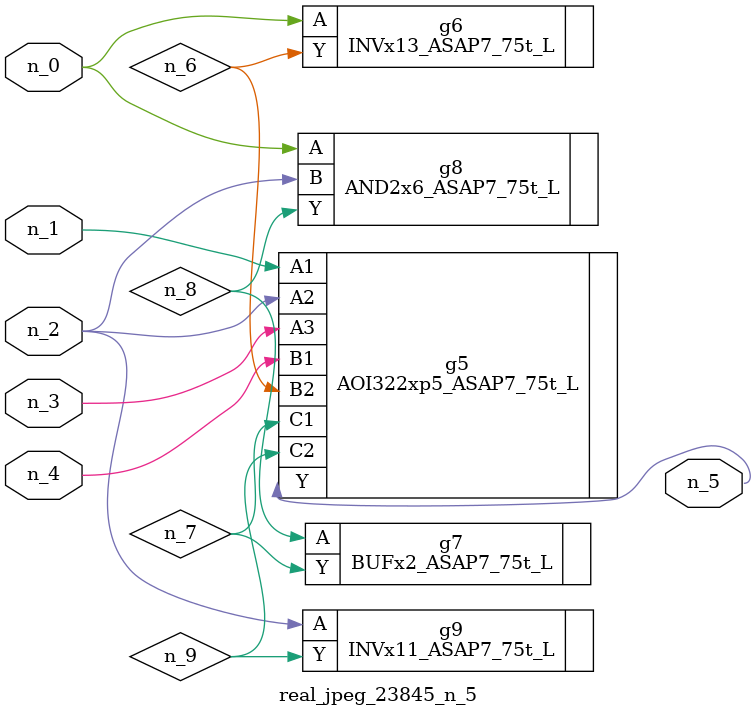
<source format=v>
module real_jpeg_23845_n_5 (n_4, n_0, n_1, n_2, n_3, n_5);

input n_4;
input n_0;
input n_1;
input n_2;
input n_3;

output n_5;

wire n_8;
wire n_6;
wire n_7;
wire n_9;

INVx13_ASAP7_75t_L g6 ( 
.A(n_0),
.Y(n_6)
);

AND2x6_ASAP7_75t_L g8 ( 
.A(n_0),
.B(n_2),
.Y(n_8)
);

AOI322xp5_ASAP7_75t_L g5 ( 
.A1(n_1),
.A2(n_2),
.A3(n_3),
.B1(n_4),
.B2(n_6),
.C1(n_7),
.C2(n_9),
.Y(n_5)
);

INVx11_ASAP7_75t_L g9 ( 
.A(n_2),
.Y(n_9)
);

BUFx2_ASAP7_75t_L g7 ( 
.A(n_8),
.Y(n_7)
);


endmodule
</source>
